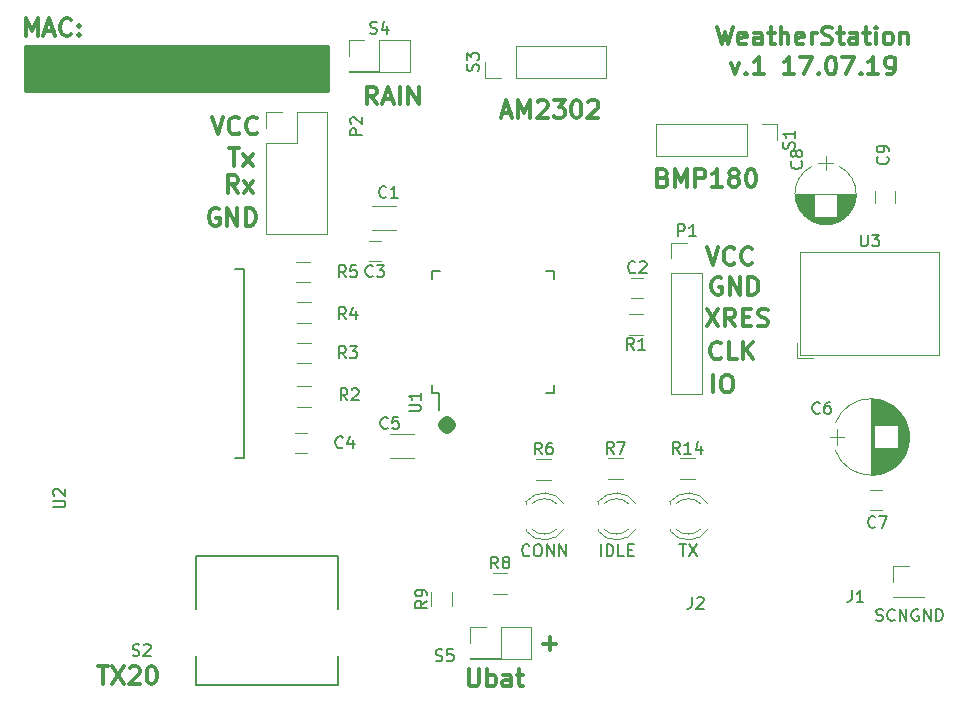
<source format=gbr>
G04 #@! TF.FileFunction,Legend,Top*
%FSLAX46Y46*%
G04 Gerber Fmt 4.6, Leading zero omitted, Abs format (unit mm)*
G04 Created by KiCad (PCBNEW 4.0.7) date 07/17/19 22:20:44*
%MOMM*%
%LPD*%
G01*
G04 APERTURE LIST*
%ADD10C,0.100000*%
%ADD11C,0.300000*%
%ADD12C,1.000000*%
%ADD13C,0.152400*%
%ADD14C,0.120000*%
%ADD15C,0.150000*%
%ADD16C,0.254000*%
G04 APERTURE END LIST*
D10*
D11*
X142161643Y-107758571D02*
X142518786Y-109258571D01*
X142804500Y-108187143D01*
X143090214Y-109258571D01*
X143447357Y-107758571D01*
X144590214Y-109187143D02*
X144447357Y-109258571D01*
X144161643Y-109258571D01*
X144018786Y-109187143D01*
X143947357Y-109044286D01*
X143947357Y-108472857D01*
X144018786Y-108330000D01*
X144161643Y-108258571D01*
X144447357Y-108258571D01*
X144590214Y-108330000D01*
X144661643Y-108472857D01*
X144661643Y-108615714D01*
X143947357Y-108758571D01*
X145947357Y-109258571D02*
X145947357Y-108472857D01*
X145875928Y-108330000D01*
X145733071Y-108258571D01*
X145447357Y-108258571D01*
X145304500Y-108330000D01*
X145947357Y-109187143D02*
X145804500Y-109258571D01*
X145447357Y-109258571D01*
X145304500Y-109187143D01*
X145233071Y-109044286D01*
X145233071Y-108901429D01*
X145304500Y-108758571D01*
X145447357Y-108687143D01*
X145804500Y-108687143D01*
X145947357Y-108615714D01*
X146447357Y-108258571D02*
X147018786Y-108258571D01*
X146661643Y-107758571D02*
X146661643Y-109044286D01*
X146733071Y-109187143D01*
X146875929Y-109258571D01*
X147018786Y-109258571D01*
X147518786Y-109258571D02*
X147518786Y-107758571D01*
X148161643Y-109258571D02*
X148161643Y-108472857D01*
X148090214Y-108330000D01*
X147947357Y-108258571D01*
X147733072Y-108258571D01*
X147590214Y-108330000D01*
X147518786Y-108401429D01*
X149447357Y-109187143D02*
X149304500Y-109258571D01*
X149018786Y-109258571D01*
X148875929Y-109187143D01*
X148804500Y-109044286D01*
X148804500Y-108472857D01*
X148875929Y-108330000D01*
X149018786Y-108258571D01*
X149304500Y-108258571D01*
X149447357Y-108330000D01*
X149518786Y-108472857D01*
X149518786Y-108615714D01*
X148804500Y-108758571D01*
X150161643Y-109258571D02*
X150161643Y-108258571D01*
X150161643Y-108544286D02*
X150233071Y-108401429D01*
X150304500Y-108330000D01*
X150447357Y-108258571D01*
X150590214Y-108258571D01*
X151018785Y-109187143D02*
X151233071Y-109258571D01*
X151590214Y-109258571D01*
X151733071Y-109187143D01*
X151804500Y-109115714D01*
X151875928Y-108972857D01*
X151875928Y-108830000D01*
X151804500Y-108687143D01*
X151733071Y-108615714D01*
X151590214Y-108544286D01*
X151304500Y-108472857D01*
X151161642Y-108401429D01*
X151090214Y-108330000D01*
X151018785Y-108187143D01*
X151018785Y-108044286D01*
X151090214Y-107901429D01*
X151161642Y-107830000D01*
X151304500Y-107758571D01*
X151661642Y-107758571D01*
X151875928Y-107830000D01*
X152304499Y-108258571D02*
X152875928Y-108258571D01*
X152518785Y-107758571D02*
X152518785Y-109044286D01*
X152590213Y-109187143D01*
X152733071Y-109258571D01*
X152875928Y-109258571D01*
X154018785Y-109258571D02*
X154018785Y-108472857D01*
X153947356Y-108330000D01*
X153804499Y-108258571D01*
X153518785Y-108258571D01*
X153375928Y-108330000D01*
X154018785Y-109187143D02*
X153875928Y-109258571D01*
X153518785Y-109258571D01*
X153375928Y-109187143D01*
X153304499Y-109044286D01*
X153304499Y-108901429D01*
X153375928Y-108758571D01*
X153518785Y-108687143D01*
X153875928Y-108687143D01*
X154018785Y-108615714D01*
X154518785Y-108258571D02*
X155090214Y-108258571D01*
X154733071Y-107758571D02*
X154733071Y-109044286D01*
X154804499Y-109187143D01*
X154947357Y-109258571D01*
X155090214Y-109258571D01*
X155590214Y-109258571D02*
X155590214Y-108258571D01*
X155590214Y-107758571D02*
X155518785Y-107830000D01*
X155590214Y-107901429D01*
X155661642Y-107830000D01*
X155590214Y-107758571D01*
X155590214Y-107901429D01*
X156518786Y-109258571D02*
X156375928Y-109187143D01*
X156304500Y-109115714D01*
X156233071Y-108972857D01*
X156233071Y-108544286D01*
X156304500Y-108401429D01*
X156375928Y-108330000D01*
X156518786Y-108258571D01*
X156733071Y-108258571D01*
X156875928Y-108330000D01*
X156947357Y-108401429D01*
X157018786Y-108544286D01*
X157018786Y-108972857D01*
X156947357Y-109115714D01*
X156875928Y-109187143D01*
X156733071Y-109258571D01*
X156518786Y-109258571D01*
X157661643Y-108258571D02*
X157661643Y-109258571D01*
X157661643Y-108401429D02*
X157733071Y-108330000D01*
X157875929Y-108258571D01*
X158090214Y-108258571D01*
X158233071Y-108330000D01*
X158304500Y-108472857D01*
X158304500Y-109258571D01*
X143304502Y-110808571D02*
X143661645Y-111808571D01*
X144018787Y-110808571D01*
X144590216Y-111665714D02*
X144661644Y-111737143D01*
X144590216Y-111808571D01*
X144518787Y-111737143D01*
X144590216Y-111665714D01*
X144590216Y-111808571D01*
X146090216Y-111808571D02*
X145233073Y-111808571D01*
X145661645Y-111808571D02*
X145661645Y-110308571D01*
X145518788Y-110522857D01*
X145375930Y-110665714D01*
X145233073Y-110737143D01*
X148661644Y-111808571D02*
X147804501Y-111808571D01*
X148233073Y-111808571D02*
X148233073Y-110308571D01*
X148090216Y-110522857D01*
X147947358Y-110665714D01*
X147804501Y-110737143D01*
X149161644Y-110308571D02*
X150161644Y-110308571D01*
X149518787Y-111808571D01*
X150733072Y-111665714D02*
X150804500Y-111737143D01*
X150733072Y-111808571D01*
X150661643Y-111737143D01*
X150733072Y-111665714D01*
X150733072Y-111808571D01*
X151733072Y-110308571D02*
X151875929Y-110308571D01*
X152018786Y-110380000D01*
X152090215Y-110451429D01*
X152161644Y-110594286D01*
X152233072Y-110880000D01*
X152233072Y-111237143D01*
X152161644Y-111522857D01*
X152090215Y-111665714D01*
X152018786Y-111737143D01*
X151875929Y-111808571D01*
X151733072Y-111808571D01*
X151590215Y-111737143D01*
X151518786Y-111665714D01*
X151447358Y-111522857D01*
X151375929Y-111237143D01*
X151375929Y-110880000D01*
X151447358Y-110594286D01*
X151518786Y-110451429D01*
X151590215Y-110380000D01*
X151733072Y-110308571D01*
X152733072Y-110308571D02*
X153733072Y-110308571D01*
X153090215Y-111808571D01*
X154304500Y-111665714D02*
X154375928Y-111737143D01*
X154304500Y-111808571D01*
X154233071Y-111737143D01*
X154304500Y-111665714D01*
X154304500Y-111808571D01*
X155804500Y-111808571D02*
X154947357Y-111808571D01*
X155375929Y-111808571D02*
X155375929Y-110308571D01*
X155233072Y-110522857D01*
X155090214Y-110665714D01*
X154947357Y-110737143D01*
X156518785Y-111808571D02*
X156804500Y-111808571D01*
X156947357Y-111737143D01*
X157018785Y-111665714D01*
X157161643Y-111451429D01*
X157233071Y-111165714D01*
X157233071Y-110594286D01*
X157161643Y-110451429D01*
X157090214Y-110380000D01*
X156947357Y-110308571D01*
X156661643Y-110308571D01*
X156518785Y-110380000D01*
X156447357Y-110451429D01*
X156375928Y-110594286D01*
X156375928Y-110951429D01*
X156447357Y-111094286D01*
X156518785Y-111165714D01*
X156661643Y-111237143D01*
X156947357Y-111237143D01*
X157090214Y-111165714D01*
X157161643Y-111094286D01*
X157233071Y-110951429D01*
X83602000Y-108565071D02*
X83602000Y-107065071D01*
X84102000Y-108136500D01*
X84602000Y-107065071D01*
X84602000Y-108565071D01*
X85244857Y-108136500D02*
X85959143Y-108136500D01*
X85102000Y-108565071D02*
X85602000Y-107065071D01*
X86102000Y-108565071D01*
X87459143Y-108422214D02*
X87387714Y-108493643D01*
X87173428Y-108565071D01*
X87030571Y-108565071D01*
X86816286Y-108493643D01*
X86673428Y-108350786D01*
X86602000Y-108207929D01*
X86530571Y-107922214D01*
X86530571Y-107707929D01*
X86602000Y-107422214D01*
X86673428Y-107279357D01*
X86816286Y-107136500D01*
X87030571Y-107065071D01*
X87173428Y-107065071D01*
X87387714Y-107136500D01*
X87459143Y-107207929D01*
X88102000Y-108422214D02*
X88173428Y-108493643D01*
X88102000Y-108565071D01*
X88030571Y-108493643D01*
X88102000Y-108422214D01*
X88102000Y-108565071D01*
X88102000Y-107636500D02*
X88173428Y-107707929D01*
X88102000Y-107779357D01*
X88030571Y-107707929D01*
X88102000Y-107636500D01*
X88102000Y-107779357D01*
X137581144Y-120542857D02*
X137795430Y-120614286D01*
X137866858Y-120685714D01*
X137938287Y-120828571D01*
X137938287Y-121042857D01*
X137866858Y-121185714D01*
X137795430Y-121257143D01*
X137652572Y-121328571D01*
X137081144Y-121328571D01*
X137081144Y-119828571D01*
X137581144Y-119828571D01*
X137724001Y-119900000D01*
X137795430Y-119971429D01*
X137866858Y-120114286D01*
X137866858Y-120257143D01*
X137795430Y-120400000D01*
X137724001Y-120471429D01*
X137581144Y-120542857D01*
X137081144Y-120542857D01*
X138581144Y-121328571D02*
X138581144Y-119828571D01*
X139081144Y-120900000D01*
X139581144Y-119828571D01*
X139581144Y-121328571D01*
X140295430Y-121328571D02*
X140295430Y-119828571D01*
X140866858Y-119828571D01*
X141009716Y-119900000D01*
X141081144Y-119971429D01*
X141152573Y-120114286D01*
X141152573Y-120328571D01*
X141081144Y-120471429D01*
X141009716Y-120542857D01*
X140866858Y-120614286D01*
X140295430Y-120614286D01*
X142581144Y-121328571D02*
X141724001Y-121328571D01*
X142152573Y-121328571D02*
X142152573Y-119828571D01*
X142009716Y-120042857D01*
X141866858Y-120185714D01*
X141724001Y-120257143D01*
X143438287Y-120471429D02*
X143295429Y-120400000D01*
X143224001Y-120328571D01*
X143152572Y-120185714D01*
X143152572Y-120114286D01*
X143224001Y-119971429D01*
X143295429Y-119900000D01*
X143438287Y-119828571D01*
X143724001Y-119828571D01*
X143866858Y-119900000D01*
X143938287Y-119971429D01*
X144009715Y-120114286D01*
X144009715Y-120185714D01*
X143938287Y-120328571D01*
X143866858Y-120400000D01*
X143724001Y-120471429D01*
X143438287Y-120471429D01*
X143295429Y-120542857D01*
X143224001Y-120614286D01*
X143152572Y-120757143D01*
X143152572Y-121042857D01*
X143224001Y-121185714D01*
X143295429Y-121257143D01*
X143438287Y-121328571D01*
X143724001Y-121328571D01*
X143866858Y-121257143D01*
X143938287Y-121185714D01*
X144009715Y-121042857D01*
X144009715Y-120757143D01*
X143938287Y-120614286D01*
X143866858Y-120542857D01*
X143724001Y-120471429D01*
X144938286Y-119828571D02*
X145081143Y-119828571D01*
X145224000Y-119900000D01*
X145295429Y-119971429D01*
X145366858Y-120114286D01*
X145438286Y-120400000D01*
X145438286Y-120757143D01*
X145366858Y-121042857D01*
X145295429Y-121185714D01*
X145224000Y-121257143D01*
X145081143Y-121328571D01*
X144938286Y-121328571D01*
X144795429Y-121257143D01*
X144724000Y-121185714D01*
X144652572Y-121042857D01*
X144581143Y-120757143D01*
X144581143Y-120400000D01*
X144652572Y-120114286D01*
X144724000Y-119971429D01*
X144795429Y-119900000D01*
X144938286Y-119828571D01*
X113359572Y-114343571D02*
X112859572Y-113629286D01*
X112502429Y-114343571D02*
X112502429Y-112843571D01*
X113073857Y-112843571D01*
X113216715Y-112915000D01*
X113288143Y-112986429D01*
X113359572Y-113129286D01*
X113359572Y-113343571D01*
X113288143Y-113486429D01*
X113216715Y-113557857D01*
X113073857Y-113629286D01*
X112502429Y-113629286D01*
X113931000Y-113915000D02*
X114645286Y-113915000D01*
X113788143Y-114343571D02*
X114288143Y-112843571D01*
X114788143Y-114343571D01*
X115288143Y-114343571D02*
X115288143Y-112843571D01*
X116002429Y-114343571D02*
X116002429Y-112843571D01*
X116859572Y-114343571D01*
X116859572Y-112843571D01*
X123944572Y-115058000D02*
X124658858Y-115058000D01*
X123801715Y-115486571D02*
X124301715Y-113986571D01*
X124801715Y-115486571D01*
X125301715Y-115486571D02*
X125301715Y-113986571D01*
X125801715Y-115058000D01*
X126301715Y-113986571D01*
X126301715Y-115486571D01*
X126944572Y-114129429D02*
X127016001Y-114058000D01*
X127158858Y-113986571D01*
X127516001Y-113986571D01*
X127658858Y-114058000D01*
X127730287Y-114129429D01*
X127801715Y-114272286D01*
X127801715Y-114415143D01*
X127730287Y-114629429D01*
X126873144Y-115486571D01*
X127801715Y-115486571D01*
X128301715Y-113986571D02*
X129230286Y-113986571D01*
X128730286Y-114558000D01*
X128944572Y-114558000D01*
X129087429Y-114629429D01*
X129158858Y-114700857D01*
X129230286Y-114843714D01*
X129230286Y-115200857D01*
X129158858Y-115343714D01*
X129087429Y-115415143D01*
X128944572Y-115486571D01*
X128516000Y-115486571D01*
X128373143Y-115415143D01*
X128301715Y-115343714D01*
X130158857Y-113986571D02*
X130301714Y-113986571D01*
X130444571Y-114058000D01*
X130516000Y-114129429D01*
X130587429Y-114272286D01*
X130658857Y-114558000D01*
X130658857Y-114915143D01*
X130587429Y-115200857D01*
X130516000Y-115343714D01*
X130444571Y-115415143D01*
X130301714Y-115486571D01*
X130158857Y-115486571D01*
X130016000Y-115415143D01*
X129944571Y-115343714D01*
X129873143Y-115200857D01*
X129801714Y-114915143D01*
X129801714Y-114558000D01*
X129873143Y-114272286D01*
X129944571Y-114129429D01*
X130016000Y-114058000D01*
X130158857Y-113986571D01*
X131230285Y-114129429D02*
X131301714Y-114058000D01*
X131444571Y-113986571D01*
X131801714Y-113986571D01*
X131944571Y-114058000D01*
X132016000Y-114129429D01*
X132087428Y-114272286D01*
X132087428Y-114415143D01*
X132016000Y-114629429D01*
X131158857Y-115486571D01*
X132087428Y-115486571D01*
X121102714Y-162119571D02*
X121102714Y-163333857D01*
X121174142Y-163476714D01*
X121245571Y-163548143D01*
X121388428Y-163619571D01*
X121674142Y-163619571D01*
X121817000Y-163548143D01*
X121888428Y-163476714D01*
X121959857Y-163333857D01*
X121959857Y-162119571D01*
X122674143Y-163619571D02*
X122674143Y-162119571D01*
X122674143Y-162691000D02*
X122817000Y-162619571D01*
X123102714Y-162619571D01*
X123245571Y-162691000D01*
X123317000Y-162762429D01*
X123388429Y-162905286D01*
X123388429Y-163333857D01*
X123317000Y-163476714D01*
X123245571Y-163548143D01*
X123102714Y-163619571D01*
X122817000Y-163619571D01*
X122674143Y-163548143D01*
X124674143Y-163619571D02*
X124674143Y-162833857D01*
X124602714Y-162691000D01*
X124459857Y-162619571D01*
X124174143Y-162619571D01*
X124031286Y-162691000D01*
X124674143Y-163548143D02*
X124531286Y-163619571D01*
X124174143Y-163619571D01*
X124031286Y-163548143D01*
X123959857Y-163405286D01*
X123959857Y-163262429D01*
X124031286Y-163119571D01*
X124174143Y-163048143D01*
X124531286Y-163048143D01*
X124674143Y-162976714D01*
X125174143Y-162619571D02*
X125745572Y-162619571D01*
X125388429Y-162119571D02*
X125388429Y-163405286D01*
X125459857Y-163548143D01*
X125602715Y-163619571D01*
X125745572Y-163619571D01*
X89694072Y-161929071D02*
X90551215Y-161929071D01*
X90122644Y-163429071D02*
X90122644Y-161929071D01*
X90908358Y-161929071D02*
X91908358Y-163429071D01*
X91908358Y-161929071D02*
X90908358Y-163429071D01*
X92408357Y-162071929D02*
X92479786Y-162000500D01*
X92622643Y-161929071D01*
X92979786Y-161929071D01*
X93122643Y-162000500D01*
X93194072Y-162071929D01*
X93265500Y-162214786D01*
X93265500Y-162357643D01*
X93194072Y-162571929D01*
X92336929Y-163429071D01*
X93265500Y-163429071D01*
X94194071Y-161929071D02*
X94336928Y-161929071D01*
X94479785Y-162000500D01*
X94551214Y-162071929D01*
X94622643Y-162214786D01*
X94694071Y-162500500D01*
X94694071Y-162857643D01*
X94622643Y-163143357D01*
X94551214Y-163286214D01*
X94479785Y-163357643D01*
X94336928Y-163429071D01*
X94194071Y-163429071D01*
X94051214Y-163357643D01*
X93979785Y-163286214D01*
X93908357Y-163143357D01*
X93836928Y-162857643D01*
X93836928Y-162500500D01*
X93908357Y-162214786D01*
X93979785Y-162071929D01*
X94051214Y-162000500D01*
X94194071Y-161929071D01*
X127381072Y-160000143D02*
X128523929Y-160000143D01*
X127952500Y-160571571D02*
X127952500Y-159428714D01*
D12*
X119253000Y-141231714D02*
X119491095Y-141469810D01*
X119253000Y-141707905D01*
X119014905Y-141469810D01*
X119253000Y-141231714D01*
X119253000Y-141707905D01*
D11*
X141256000Y-126432571D02*
X141756000Y-127932571D01*
X142256000Y-126432571D01*
X143613143Y-127789714D02*
X143541714Y-127861143D01*
X143327428Y-127932571D01*
X143184571Y-127932571D01*
X142970286Y-127861143D01*
X142827428Y-127718286D01*
X142756000Y-127575429D01*
X142684571Y-127289714D01*
X142684571Y-127075429D01*
X142756000Y-126789714D01*
X142827428Y-126646857D01*
X142970286Y-126504000D01*
X143184571Y-126432571D01*
X143327428Y-126432571D01*
X143541714Y-126504000D01*
X143613143Y-126575429D01*
X145113143Y-127789714D02*
X145041714Y-127861143D01*
X144827428Y-127932571D01*
X144684571Y-127932571D01*
X144470286Y-127861143D01*
X144327428Y-127718286D01*
X144256000Y-127575429D01*
X144184571Y-127289714D01*
X144184571Y-127075429D01*
X144256000Y-126789714D01*
X144327428Y-126646857D01*
X144470286Y-126504000D01*
X144684571Y-126432571D01*
X144827428Y-126432571D01*
X145041714Y-126504000D01*
X145113143Y-126575429D01*
X142494143Y-129044000D02*
X142351286Y-128972571D01*
X142137000Y-128972571D01*
X141922715Y-129044000D01*
X141779857Y-129186857D01*
X141708429Y-129329714D01*
X141637000Y-129615429D01*
X141637000Y-129829714D01*
X141708429Y-130115429D01*
X141779857Y-130258286D01*
X141922715Y-130401143D01*
X142137000Y-130472571D01*
X142279857Y-130472571D01*
X142494143Y-130401143D01*
X142565572Y-130329714D01*
X142565572Y-129829714D01*
X142279857Y-129829714D01*
X143208429Y-130472571D02*
X143208429Y-128972571D01*
X144065572Y-130472571D01*
X144065572Y-128972571D01*
X144779858Y-130472571D02*
X144779858Y-128972571D01*
X145137001Y-128972571D01*
X145351286Y-129044000D01*
X145494144Y-129186857D01*
X145565572Y-129329714D01*
X145637001Y-129615429D01*
X145637001Y-129829714D01*
X145565572Y-130115429D01*
X145494144Y-130258286D01*
X145351286Y-130401143D01*
X145137001Y-130472571D01*
X144779858Y-130472571D01*
X141248144Y-131639571D02*
X142248144Y-133139571D01*
X142248144Y-131639571D02*
X141248144Y-133139571D01*
X143676715Y-133139571D02*
X143176715Y-132425286D01*
X142819572Y-133139571D02*
X142819572Y-131639571D01*
X143391000Y-131639571D01*
X143533858Y-131711000D01*
X143605286Y-131782429D01*
X143676715Y-131925286D01*
X143676715Y-132139571D01*
X143605286Y-132282429D01*
X143533858Y-132353857D01*
X143391000Y-132425286D01*
X142819572Y-132425286D01*
X144319572Y-132353857D02*
X144819572Y-132353857D01*
X145033858Y-133139571D02*
X144319572Y-133139571D01*
X144319572Y-131639571D01*
X145033858Y-131639571D01*
X145605286Y-133068143D02*
X145819572Y-133139571D01*
X146176715Y-133139571D01*
X146319572Y-133068143D01*
X146391001Y-132996714D01*
X146462429Y-132853857D01*
X146462429Y-132711000D01*
X146391001Y-132568143D01*
X146319572Y-132496714D01*
X146176715Y-132425286D01*
X145891001Y-132353857D01*
X145748143Y-132282429D01*
X145676715Y-132211000D01*
X145605286Y-132068143D01*
X145605286Y-131925286D01*
X145676715Y-131782429D01*
X145748143Y-131711000D01*
X145891001Y-131639571D01*
X146248143Y-131639571D01*
X146462429Y-131711000D01*
X142490143Y-135790714D02*
X142418714Y-135862143D01*
X142204428Y-135933571D01*
X142061571Y-135933571D01*
X141847286Y-135862143D01*
X141704428Y-135719286D01*
X141633000Y-135576429D01*
X141561571Y-135290714D01*
X141561571Y-135076429D01*
X141633000Y-134790714D01*
X141704428Y-134647857D01*
X141847286Y-134505000D01*
X142061571Y-134433571D01*
X142204428Y-134433571D01*
X142418714Y-134505000D01*
X142490143Y-134576429D01*
X143847286Y-135933571D02*
X143133000Y-135933571D01*
X143133000Y-134433571D01*
X144347286Y-135933571D02*
X144347286Y-134433571D01*
X145204429Y-135933571D02*
X144561572Y-135076429D01*
X145204429Y-134433571D02*
X144347286Y-135290714D01*
X141835286Y-138727571D02*
X141835286Y-137227571D01*
X142835286Y-137227571D02*
X143121000Y-137227571D01*
X143263858Y-137299000D01*
X143406715Y-137441857D01*
X143478143Y-137727571D01*
X143478143Y-138227571D01*
X143406715Y-138513286D01*
X143263858Y-138656143D01*
X143121000Y-138727571D01*
X142835286Y-138727571D01*
X142692429Y-138656143D01*
X142549572Y-138513286D01*
X142478143Y-138227571D01*
X142478143Y-137727571D01*
X142549572Y-137441857D01*
X142692429Y-137299000D01*
X142835286Y-137227571D01*
X99949143Y-123202000D02*
X99806286Y-123130571D01*
X99592000Y-123130571D01*
X99377715Y-123202000D01*
X99234857Y-123344857D01*
X99163429Y-123487714D01*
X99092000Y-123773429D01*
X99092000Y-123987714D01*
X99163429Y-124273429D01*
X99234857Y-124416286D01*
X99377715Y-124559143D01*
X99592000Y-124630571D01*
X99734857Y-124630571D01*
X99949143Y-124559143D01*
X100020572Y-124487714D01*
X100020572Y-123987714D01*
X99734857Y-123987714D01*
X100663429Y-124630571D02*
X100663429Y-123130571D01*
X101520572Y-124630571D01*
X101520572Y-123130571D01*
X102234858Y-124630571D02*
X102234858Y-123130571D01*
X102592001Y-123130571D01*
X102806286Y-123202000D01*
X102949144Y-123344857D01*
X103020572Y-123487714D01*
X103092001Y-123773429D01*
X103092001Y-123987714D01*
X103020572Y-124273429D01*
X102949144Y-124416286D01*
X102806286Y-124559143D01*
X102592001Y-124630571D01*
X102234858Y-124630571D01*
X101584143Y-121836571D02*
X101084143Y-121122286D01*
X100727000Y-121836571D02*
X100727000Y-120336571D01*
X101298428Y-120336571D01*
X101441286Y-120408000D01*
X101512714Y-120479429D01*
X101584143Y-120622286D01*
X101584143Y-120836571D01*
X101512714Y-120979429D01*
X101441286Y-121050857D01*
X101298428Y-121122286D01*
X100727000Y-121122286D01*
X102084143Y-121836571D02*
X102869857Y-120836571D01*
X102084143Y-120836571D02*
X102869857Y-121836571D01*
X100818286Y-118050571D02*
X101675429Y-118050571D01*
X101246858Y-119550571D02*
X101246858Y-118050571D01*
X102032572Y-119550571D02*
X102818286Y-118550571D01*
X102032572Y-118550571D02*
X102818286Y-119550571D01*
X99346000Y-115383571D02*
X99846000Y-116883571D01*
X100346000Y-115383571D01*
X101703143Y-116740714D02*
X101631714Y-116812143D01*
X101417428Y-116883571D01*
X101274571Y-116883571D01*
X101060286Y-116812143D01*
X100917428Y-116669286D01*
X100846000Y-116526429D01*
X100774571Y-116240714D01*
X100774571Y-116026429D01*
X100846000Y-115740714D01*
X100917428Y-115597857D01*
X101060286Y-115455000D01*
X101274571Y-115383571D01*
X101417428Y-115383571D01*
X101631714Y-115455000D01*
X101703143Y-115526429D01*
X103203143Y-116740714D02*
X103131714Y-116812143D01*
X102917428Y-116883571D01*
X102774571Y-116883571D01*
X102560286Y-116812143D01*
X102417428Y-116669286D01*
X102346000Y-116526429D01*
X102274571Y-116240714D01*
X102274571Y-116026429D01*
X102346000Y-115740714D01*
X102417428Y-115597857D01*
X102560286Y-115455000D01*
X102774571Y-115383571D01*
X102917428Y-115383571D01*
X103131714Y-115455000D01*
X103203143Y-115526429D01*
D13*
X101287000Y-144256000D02*
X102087000Y-144256000D01*
X102087000Y-144256000D02*
X102087000Y-128256000D01*
X102087000Y-128256000D02*
X101287000Y-128256000D01*
D14*
X112919000Y-124972000D02*
X114919000Y-124972000D01*
X114919000Y-122932000D02*
X112919000Y-122932000D01*
X135882000Y-129071000D02*
X134882000Y-129071000D01*
X134882000Y-130771000D02*
X135882000Y-130771000D01*
X112657000Y-127596000D02*
X113657000Y-127596000D01*
X113657000Y-125896000D02*
X112657000Y-125896000D01*
X107434000Y-142152000D02*
X106434000Y-142152000D01*
X106434000Y-143852000D02*
X107434000Y-143852000D01*
X116443000Y-142236000D02*
X114443000Y-142236000D01*
X114443000Y-144276000D02*
X116443000Y-144276000D01*
X156075000Y-146978000D02*
X155075000Y-146978000D01*
X155075000Y-148678000D02*
X156075000Y-148678000D01*
X157187000Y-122674000D02*
X157187000Y-121674000D01*
X155487000Y-121674000D02*
X155487000Y-122674000D01*
X134655000Y-132089000D02*
X135855000Y-132089000D01*
X135855000Y-133849000D02*
X134655000Y-133849000D01*
X106588000Y-138185000D02*
X107788000Y-138185000D01*
X107788000Y-139945000D02*
X106588000Y-139945000D01*
X107788000Y-136262000D02*
X106588000Y-136262000D01*
X106588000Y-134502000D02*
X107788000Y-134502000D01*
X107788000Y-132833000D02*
X106588000Y-132833000D01*
X106588000Y-131073000D02*
X107788000Y-131073000D01*
X107661000Y-129404000D02*
X106461000Y-129404000D01*
X106461000Y-127644000D02*
X107661000Y-127644000D01*
X140236500Y-146041000D02*
X139036500Y-146041000D01*
X139036500Y-144281000D02*
X140236500Y-144281000D01*
D15*
X118015000Y-138779000D02*
X118615000Y-138779000D01*
X118015000Y-128429000D02*
X118685000Y-128429000D01*
X128365000Y-128429000D02*
X127695000Y-128429000D01*
X128365000Y-138779000D02*
X127695000Y-138779000D01*
X118015000Y-138779000D02*
X118015000Y-138109000D01*
X128365000Y-138779000D02*
X128365000Y-138109000D01*
X128365000Y-128429000D02*
X128365000Y-129099000D01*
X118015000Y-128429000D02*
X118015000Y-129099000D01*
X118615000Y-138779000D02*
X118615000Y-140254000D01*
D14*
X103953000Y-125282000D02*
X109153000Y-125282000D01*
X103953000Y-117602000D02*
X103953000Y-125282000D01*
X109153000Y-115002000D02*
X109153000Y-125282000D01*
X103953000Y-117602000D02*
X106553000Y-117602000D01*
X106553000Y-117602000D02*
X106553000Y-115002000D01*
X106553000Y-115002000D02*
X109153000Y-115002000D01*
X103953000Y-116332000D02*
X103953000Y-115002000D01*
X103953000Y-115002000D02*
X105283000Y-115002000D01*
X138243000Y-138871000D02*
X140903000Y-138871000D01*
X138243000Y-128651000D02*
X138243000Y-138871000D01*
X140903000Y-128651000D02*
X140903000Y-138871000D01*
X138243000Y-128651000D02*
X140903000Y-128651000D01*
X138243000Y-127381000D02*
X138243000Y-126051000D01*
X138243000Y-126051000D02*
X139573000Y-126051000D01*
X158191820Y-141314864D02*
G75*
G03X152156518Y-141314000I-3017820J-1179136D01*
G01*
X158191820Y-143673136D02*
G75*
G02X152156518Y-143674000I-3017820J1179136D01*
G01*
X158191820Y-143673136D02*
G75*
G03X158191482Y-141314000I-3017820J1179136D01*
G01*
X155174000Y-139294000D02*
X155174000Y-145694000D01*
X155214000Y-139294000D02*
X155214000Y-145694000D01*
X155254000Y-139294000D02*
X155254000Y-145694000D01*
X155294000Y-139296000D02*
X155294000Y-145692000D01*
X155334000Y-139297000D02*
X155334000Y-145691000D01*
X155374000Y-139300000D02*
X155374000Y-145688000D01*
X155414000Y-139302000D02*
X155414000Y-145686000D01*
X155454000Y-139306000D02*
X155454000Y-141514000D01*
X155454000Y-143474000D02*
X155454000Y-145682000D01*
X155494000Y-139309000D02*
X155494000Y-141514000D01*
X155494000Y-143474000D02*
X155494000Y-145679000D01*
X155534000Y-139314000D02*
X155534000Y-141514000D01*
X155534000Y-143474000D02*
X155534000Y-145674000D01*
X155574000Y-139318000D02*
X155574000Y-141514000D01*
X155574000Y-143474000D02*
X155574000Y-145670000D01*
X155614000Y-139324000D02*
X155614000Y-141514000D01*
X155614000Y-143474000D02*
X155614000Y-145664000D01*
X155654000Y-139329000D02*
X155654000Y-141514000D01*
X155654000Y-143474000D02*
X155654000Y-145659000D01*
X155694000Y-139336000D02*
X155694000Y-141514000D01*
X155694000Y-143474000D02*
X155694000Y-145652000D01*
X155734000Y-139342000D02*
X155734000Y-141514000D01*
X155734000Y-143474000D02*
X155734000Y-145646000D01*
X155774000Y-139350000D02*
X155774000Y-141514000D01*
X155774000Y-143474000D02*
X155774000Y-145638000D01*
X155814000Y-139357000D02*
X155814000Y-141514000D01*
X155814000Y-143474000D02*
X155814000Y-145631000D01*
X155854000Y-139366000D02*
X155854000Y-141514000D01*
X155854000Y-143474000D02*
X155854000Y-145622000D01*
X155895000Y-139375000D02*
X155895000Y-141514000D01*
X155895000Y-143474000D02*
X155895000Y-145613000D01*
X155935000Y-139384000D02*
X155935000Y-141514000D01*
X155935000Y-143474000D02*
X155935000Y-145604000D01*
X155975000Y-139394000D02*
X155975000Y-141514000D01*
X155975000Y-143474000D02*
X155975000Y-145594000D01*
X156015000Y-139404000D02*
X156015000Y-141514000D01*
X156015000Y-143474000D02*
X156015000Y-145584000D01*
X156055000Y-139415000D02*
X156055000Y-141514000D01*
X156055000Y-143474000D02*
X156055000Y-145573000D01*
X156095000Y-139427000D02*
X156095000Y-141514000D01*
X156095000Y-143474000D02*
X156095000Y-145561000D01*
X156135000Y-139439000D02*
X156135000Y-141514000D01*
X156135000Y-143474000D02*
X156135000Y-145549000D01*
X156175000Y-139452000D02*
X156175000Y-141514000D01*
X156175000Y-143474000D02*
X156175000Y-145536000D01*
X156215000Y-139465000D02*
X156215000Y-141514000D01*
X156215000Y-143474000D02*
X156215000Y-145523000D01*
X156255000Y-139479000D02*
X156255000Y-141514000D01*
X156255000Y-143474000D02*
X156255000Y-145509000D01*
X156295000Y-139493000D02*
X156295000Y-141514000D01*
X156295000Y-143474000D02*
X156295000Y-145495000D01*
X156335000Y-139508000D02*
X156335000Y-141514000D01*
X156335000Y-143474000D02*
X156335000Y-145480000D01*
X156375000Y-139524000D02*
X156375000Y-141514000D01*
X156375000Y-143474000D02*
X156375000Y-145464000D01*
X156415000Y-139540000D02*
X156415000Y-141514000D01*
X156415000Y-143474000D02*
X156415000Y-145448000D01*
X156455000Y-139557000D02*
X156455000Y-141514000D01*
X156455000Y-143474000D02*
X156455000Y-145431000D01*
X156495000Y-139575000D02*
X156495000Y-141514000D01*
X156495000Y-143474000D02*
X156495000Y-145413000D01*
X156535000Y-139593000D02*
X156535000Y-141514000D01*
X156535000Y-143474000D02*
X156535000Y-145395000D01*
X156575000Y-139612000D02*
X156575000Y-141514000D01*
X156575000Y-143474000D02*
X156575000Y-145376000D01*
X156615000Y-139631000D02*
X156615000Y-141514000D01*
X156615000Y-143474000D02*
X156615000Y-145357000D01*
X156655000Y-139651000D02*
X156655000Y-141514000D01*
X156655000Y-143474000D02*
X156655000Y-145337000D01*
X156695000Y-139672000D02*
X156695000Y-141514000D01*
X156695000Y-143474000D02*
X156695000Y-145316000D01*
X156735000Y-139694000D02*
X156735000Y-141514000D01*
X156735000Y-143474000D02*
X156735000Y-145294000D01*
X156775000Y-139716000D02*
X156775000Y-141514000D01*
X156775000Y-143474000D02*
X156775000Y-145272000D01*
X156815000Y-139739000D02*
X156815000Y-141514000D01*
X156815000Y-143474000D02*
X156815000Y-145249000D01*
X156855000Y-139763000D02*
X156855000Y-141514000D01*
X156855000Y-143474000D02*
X156855000Y-145225000D01*
X156895000Y-139788000D02*
X156895000Y-141514000D01*
X156895000Y-143474000D02*
X156895000Y-145200000D01*
X156935000Y-139813000D02*
X156935000Y-141514000D01*
X156935000Y-143474000D02*
X156935000Y-145175000D01*
X156975000Y-139840000D02*
X156975000Y-141514000D01*
X156975000Y-143474000D02*
X156975000Y-145148000D01*
X157015000Y-139867000D02*
X157015000Y-141514000D01*
X157015000Y-143474000D02*
X157015000Y-145121000D01*
X157055000Y-139895000D02*
X157055000Y-141514000D01*
X157055000Y-143474000D02*
X157055000Y-145093000D01*
X157095000Y-139924000D02*
X157095000Y-141514000D01*
X157095000Y-143474000D02*
X157095000Y-145064000D01*
X157135000Y-139954000D02*
X157135000Y-141514000D01*
X157135000Y-143474000D02*
X157135000Y-145034000D01*
X157175000Y-139984000D02*
X157175000Y-141514000D01*
X157175000Y-143474000D02*
X157175000Y-145004000D01*
X157215000Y-140016000D02*
X157215000Y-141514000D01*
X157215000Y-143474000D02*
X157215000Y-144972000D01*
X157255000Y-140049000D02*
X157255000Y-141514000D01*
X157255000Y-143474000D02*
X157255000Y-144939000D01*
X157295000Y-140083000D02*
X157295000Y-141514000D01*
X157295000Y-143474000D02*
X157295000Y-144905000D01*
X157335000Y-140119000D02*
X157335000Y-141514000D01*
X157335000Y-143474000D02*
X157335000Y-144869000D01*
X157375000Y-140155000D02*
X157375000Y-141514000D01*
X157375000Y-143474000D02*
X157375000Y-144833000D01*
X157415000Y-140193000D02*
X157415000Y-144795000D01*
X157455000Y-140232000D02*
X157455000Y-144756000D01*
X157495000Y-140272000D02*
X157495000Y-144716000D01*
X157535000Y-140314000D02*
X157535000Y-144674000D01*
X157575000Y-140357000D02*
X157575000Y-144631000D01*
X157615000Y-140402000D02*
X157615000Y-144586000D01*
X157655000Y-140449000D02*
X157655000Y-144539000D01*
X157695000Y-140497000D02*
X157695000Y-144491000D01*
X157735000Y-140548000D02*
X157735000Y-144440000D01*
X157775000Y-140600000D02*
X157775000Y-144388000D01*
X157815000Y-140655000D02*
X157815000Y-144333000D01*
X157855000Y-140713000D02*
X157855000Y-144275000D01*
X157895000Y-140773000D02*
X157895000Y-144215000D01*
X157935000Y-140836000D02*
X157935000Y-144152000D01*
X157975000Y-140903000D02*
X157975000Y-144085000D01*
X158015000Y-140974000D02*
X158015000Y-144014000D01*
X158055000Y-141049000D02*
X158055000Y-143939000D01*
X158095000Y-141130000D02*
X158095000Y-143858000D01*
X158135000Y-141216000D02*
X158135000Y-143772000D01*
X158175000Y-141310000D02*
X158175000Y-143678000D01*
X158215000Y-141413000D02*
X158215000Y-143575000D01*
X158255000Y-141528000D02*
X158255000Y-143460000D01*
X158295000Y-141660000D02*
X158295000Y-143328000D01*
X158335000Y-141818000D02*
X158335000Y-143170000D01*
X158375000Y-142026000D02*
X158375000Y-142962000D01*
X151724000Y-142494000D02*
X152924000Y-142494000D01*
X152324000Y-141844000D02*
X152324000Y-143144000D01*
X152500223Y-124209722D02*
G75*
G03X152500500Y-119598420I-1179723J2305722D01*
G01*
X150140777Y-124209722D02*
G75*
G02X150140500Y-119598420I1179723J2305722D01*
G01*
X150140777Y-124209722D02*
G75*
G03X152500500Y-124209580I1179723J2305722D01*
G01*
X153870500Y-121904000D02*
X148770500Y-121904000D01*
X153870500Y-121944000D02*
X152300500Y-121944000D01*
X150340500Y-121944000D02*
X148770500Y-121944000D01*
X153869500Y-121984000D02*
X152300500Y-121984000D01*
X150340500Y-121984000D02*
X148771500Y-121984000D01*
X153868500Y-122024000D02*
X152300500Y-122024000D01*
X150340500Y-122024000D02*
X148772500Y-122024000D01*
X153866500Y-122064000D02*
X152300500Y-122064000D01*
X150340500Y-122064000D02*
X148774500Y-122064000D01*
X153863500Y-122104000D02*
X152300500Y-122104000D01*
X150340500Y-122104000D02*
X148777500Y-122104000D01*
X153859500Y-122144000D02*
X152300500Y-122144000D01*
X150340500Y-122144000D02*
X148781500Y-122144000D01*
X153855500Y-122184000D02*
X152300500Y-122184000D01*
X150340500Y-122184000D02*
X148785500Y-122184000D01*
X153851500Y-122224000D02*
X152300500Y-122224000D01*
X150340500Y-122224000D02*
X148789500Y-122224000D01*
X153845500Y-122264000D02*
X152300500Y-122264000D01*
X150340500Y-122264000D02*
X148795500Y-122264000D01*
X153839500Y-122304000D02*
X152300500Y-122304000D01*
X150340500Y-122304000D02*
X148801500Y-122304000D01*
X153833500Y-122344000D02*
X152300500Y-122344000D01*
X150340500Y-122344000D02*
X148807500Y-122344000D01*
X153826500Y-122384000D02*
X152300500Y-122384000D01*
X150340500Y-122384000D02*
X148814500Y-122384000D01*
X153818500Y-122424000D02*
X152300500Y-122424000D01*
X150340500Y-122424000D02*
X148822500Y-122424000D01*
X153809500Y-122464000D02*
X152300500Y-122464000D01*
X150340500Y-122464000D02*
X148831500Y-122464000D01*
X153800500Y-122504000D02*
X152300500Y-122504000D01*
X150340500Y-122504000D02*
X148840500Y-122504000D01*
X153790500Y-122544000D02*
X152300500Y-122544000D01*
X150340500Y-122544000D02*
X148850500Y-122544000D01*
X153780500Y-122584000D02*
X152300500Y-122584000D01*
X150340500Y-122584000D02*
X148860500Y-122584000D01*
X153768500Y-122625000D02*
X152300500Y-122625000D01*
X150340500Y-122625000D02*
X148872500Y-122625000D01*
X153756500Y-122665000D02*
X152300500Y-122665000D01*
X150340500Y-122665000D02*
X148884500Y-122665000D01*
X153744500Y-122705000D02*
X152300500Y-122705000D01*
X150340500Y-122705000D02*
X148896500Y-122705000D01*
X153730500Y-122745000D02*
X152300500Y-122745000D01*
X150340500Y-122745000D02*
X148910500Y-122745000D01*
X153716500Y-122785000D02*
X152300500Y-122785000D01*
X150340500Y-122785000D02*
X148924500Y-122785000D01*
X153702500Y-122825000D02*
X152300500Y-122825000D01*
X150340500Y-122825000D02*
X148938500Y-122825000D01*
X153686500Y-122865000D02*
X152300500Y-122865000D01*
X150340500Y-122865000D02*
X148954500Y-122865000D01*
X153670500Y-122905000D02*
X152300500Y-122905000D01*
X150340500Y-122905000D02*
X148970500Y-122905000D01*
X153653500Y-122945000D02*
X152300500Y-122945000D01*
X150340500Y-122945000D02*
X148987500Y-122945000D01*
X153635500Y-122985000D02*
X152300500Y-122985000D01*
X150340500Y-122985000D02*
X149005500Y-122985000D01*
X153616500Y-123025000D02*
X152300500Y-123025000D01*
X150340500Y-123025000D02*
X149024500Y-123025000D01*
X153596500Y-123065000D02*
X152300500Y-123065000D01*
X150340500Y-123065000D02*
X149044500Y-123065000D01*
X153576500Y-123105000D02*
X152300500Y-123105000D01*
X150340500Y-123105000D02*
X149064500Y-123105000D01*
X153554500Y-123145000D02*
X152300500Y-123145000D01*
X150340500Y-123145000D02*
X149086500Y-123145000D01*
X153532500Y-123185000D02*
X152300500Y-123185000D01*
X150340500Y-123185000D02*
X149108500Y-123185000D01*
X153509500Y-123225000D02*
X152300500Y-123225000D01*
X150340500Y-123225000D02*
X149131500Y-123225000D01*
X153485500Y-123265000D02*
X152300500Y-123265000D01*
X150340500Y-123265000D02*
X149155500Y-123265000D01*
X153460500Y-123305000D02*
X152300500Y-123305000D01*
X150340500Y-123305000D02*
X149180500Y-123305000D01*
X153433500Y-123345000D02*
X152300500Y-123345000D01*
X150340500Y-123345000D02*
X149207500Y-123345000D01*
X153406500Y-123385000D02*
X152300500Y-123385000D01*
X150340500Y-123385000D02*
X149234500Y-123385000D01*
X153378500Y-123425000D02*
X152300500Y-123425000D01*
X150340500Y-123425000D02*
X149262500Y-123425000D01*
X153348500Y-123465000D02*
X152300500Y-123465000D01*
X150340500Y-123465000D02*
X149292500Y-123465000D01*
X153317500Y-123505000D02*
X152300500Y-123505000D01*
X150340500Y-123505000D02*
X149323500Y-123505000D01*
X153285500Y-123545000D02*
X152300500Y-123545000D01*
X150340500Y-123545000D02*
X149355500Y-123545000D01*
X153252500Y-123585000D02*
X152300500Y-123585000D01*
X150340500Y-123585000D02*
X149388500Y-123585000D01*
X153217500Y-123625000D02*
X152300500Y-123625000D01*
X150340500Y-123625000D02*
X149423500Y-123625000D01*
X153181500Y-123665000D02*
X152300500Y-123665000D01*
X150340500Y-123665000D02*
X149459500Y-123665000D01*
X153143500Y-123705000D02*
X152300500Y-123705000D01*
X150340500Y-123705000D02*
X149497500Y-123705000D01*
X153103500Y-123745000D02*
X152300500Y-123745000D01*
X150340500Y-123745000D02*
X149537500Y-123745000D01*
X153062500Y-123785000D02*
X152300500Y-123785000D01*
X150340500Y-123785000D02*
X149578500Y-123785000D01*
X153019500Y-123825000D02*
X152300500Y-123825000D01*
X150340500Y-123825000D02*
X149621500Y-123825000D01*
X152974500Y-123865000D02*
X152300500Y-123865000D01*
X150340500Y-123865000D02*
X149666500Y-123865000D01*
X152926500Y-123905000D02*
X149714500Y-123905000D01*
X152876500Y-123945000D02*
X149764500Y-123945000D01*
X152824500Y-123985000D02*
X149816500Y-123985000D01*
X152768500Y-124025000D02*
X149872500Y-124025000D01*
X152710500Y-124065000D02*
X149930500Y-124065000D01*
X152647500Y-124105000D02*
X149993500Y-124105000D01*
X152581500Y-124145000D02*
X150059500Y-124145000D01*
X152509500Y-124185000D02*
X150131500Y-124185000D01*
X152432500Y-124225000D02*
X150208500Y-124225000D01*
X152348500Y-124265000D02*
X150292500Y-124265000D01*
X152254500Y-124305000D02*
X150386500Y-124305000D01*
X152149500Y-124345000D02*
X150491500Y-124345000D01*
X152027500Y-124385000D02*
X150613500Y-124385000D01*
X151879500Y-124425000D02*
X150761500Y-124425000D01*
X151674500Y-124465000D02*
X150966500Y-124465000D01*
X151320500Y-118704000D02*
X151320500Y-119904000D01*
X151970500Y-119304000D02*
X150670500Y-119304000D01*
X128044500Y-146104500D02*
X126844500Y-146104500D01*
X126844500Y-144344500D02*
X128044500Y-144344500D01*
X134140500Y-146041000D02*
X132940500Y-146041000D01*
X132940500Y-144281000D02*
X134140500Y-144281000D01*
X124361500Y-155756500D02*
X123161500Y-155756500D01*
X123161500Y-153996500D02*
X124361500Y-153996500D01*
X119688500Y-155610000D02*
X119688500Y-156810000D01*
X117928500Y-156810000D02*
X117928500Y-155610000D01*
X144653000Y-116018000D02*
X136973000Y-116018000D01*
X136973000Y-116018000D02*
X136973000Y-118678000D01*
X136973000Y-118678000D02*
X144653000Y-118678000D01*
X144653000Y-118678000D02*
X144653000Y-116018000D01*
X145923000Y-116018000D02*
X147253000Y-116018000D01*
X147253000Y-116018000D02*
X147253000Y-117348000D01*
X125095000Y-112074000D02*
X132775000Y-112074000D01*
X132775000Y-112074000D02*
X132775000Y-109414000D01*
X132775000Y-109414000D02*
X125095000Y-109414000D01*
X125095000Y-109414000D02*
X125095000Y-112074000D01*
X123825000Y-112074000D02*
X122495000Y-112074000D01*
X122495000Y-112074000D02*
X122495000Y-110744000D01*
X110938000Y-111566000D02*
X116138000Y-111566000D01*
X110938000Y-111506000D02*
X110938000Y-111566000D01*
X116138000Y-108906000D02*
X116138000Y-111566000D01*
X110938000Y-111506000D02*
X113538000Y-111506000D01*
X113538000Y-111506000D02*
X113538000Y-108906000D01*
X113538000Y-108906000D02*
X116138000Y-108906000D01*
X110938000Y-110236000D02*
X110938000Y-108906000D01*
X110938000Y-108906000D02*
X112268000Y-108906000D01*
X121225000Y-161286500D02*
X126425000Y-161286500D01*
X121225000Y-161226500D02*
X121225000Y-161286500D01*
X126425000Y-158626500D02*
X126425000Y-161286500D01*
X121225000Y-161226500D02*
X123825000Y-161226500D01*
X123825000Y-161226500D02*
X123825000Y-158626500D01*
X123825000Y-158626500D02*
X126425000Y-158626500D01*
X121225000Y-159956500D02*
X121225000Y-158626500D01*
X121225000Y-158626500D02*
X122555000Y-158626500D01*
X149197000Y-126857000D02*
X160937000Y-126857000D01*
X149197000Y-135597000D02*
X160937000Y-135597000D01*
X149197000Y-126857000D02*
X149197000Y-135597000D01*
X160937000Y-126857000D02*
X160937000Y-135597000D01*
X148907000Y-134537000D02*
X148907000Y-135847000D01*
X148907000Y-135847000D02*
X150257000Y-135847000D01*
X157039000Y-156079500D02*
X159699000Y-156079500D01*
X157039000Y-156019500D02*
X157039000Y-156079500D01*
X159699000Y-156019500D02*
X159699000Y-156079500D01*
X157039000Y-156019500D02*
X159699000Y-156019500D01*
X157039000Y-154749500D02*
X157039000Y-153419500D01*
X157039000Y-153419500D02*
X158369000Y-153419500D01*
X129180335Y-148146392D02*
G75*
G03X125948000Y-147989484I-1672335J-1078608D01*
G01*
X129180335Y-150303608D02*
G75*
G02X125948000Y-150460516I-1672335J1078608D01*
G01*
X128549130Y-148145163D02*
G75*
G03X126467039Y-148145000I-1041130J-1079837D01*
G01*
X128549130Y-150304837D02*
G75*
G02X126467039Y-150305000I-1041130J1079837D01*
G01*
X125948000Y-147989000D02*
X125948000Y-148145000D01*
X125948000Y-150305000D02*
X125948000Y-150461000D01*
X135276335Y-148146392D02*
G75*
G03X132044000Y-147989484I-1672335J-1078608D01*
G01*
X135276335Y-150303608D02*
G75*
G02X132044000Y-150460516I-1672335J1078608D01*
G01*
X134645130Y-148145163D02*
G75*
G03X132563039Y-148145000I-1041130J-1079837D01*
G01*
X134645130Y-150304837D02*
G75*
G02X132563039Y-150305000I-1041130J1079837D01*
G01*
X132044000Y-147989000D02*
X132044000Y-148145000D01*
X132044000Y-150305000D02*
X132044000Y-150461000D01*
X141372335Y-148146392D02*
G75*
G03X138140000Y-147989484I-1672335J-1078608D01*
G01*
X141372335Y-150303608D02*
G75*
G02X138140000Y-150460516I-1672335J1078608D01*
G01*
X140741130Y-148145163D02*
G75*
G03X138659039Y-148145000I-1041130J-1079837D01*
G01*
X140741130Y-150304837D02*
G75*
G02X138659039Y-150305000I-1041130J1079837D01*
G01*
X138140000Y-147989000D02*
X138140000Y-148145000D01*
X138140000Y-150305000D02*
X138140000Y-150461000D01*
D15*
X98036500Y-157035500D02*
X98036500Y-152535500D01*
X98036500Y-152535500D02*
X110036500Y-152535500D01*
X110036500Y-152535500D02*
X110036500Y-157035500D01*
X98036500Y-161035500D02*
X98036500Y-163535500D01*
X98036500Y-163535500D02*
X110036500Y-163535500D01*
X110036500Y-163535500D02*
X110036500Y-161035500D01*
X85939381Y-148462905D02*
X86748905Y-148462905D01*
X86844143Y-148415286D01*
X86891762Y-148367667D01*
X86939381Y-148272429D01*
X86939381Y-148081952D01*
X86891762Y-147986714D01*
X86844143Y-147939095D01*
X86748905Y-147891476D01*
X85939381Y-147891476D01*
X86034619Y-147462905D02*
X85987000Y-147415286D01*
X85939381Y-147320048D01*
X85939381Y-147081952D01*
X85987000Y-146986714D01*
X86034619Y-146939095D01*
X86129857Y-146891476D01*
X86225095Y-146891476D01*
X86367952Y-146939095D01*
X86939381Y-147510524D01*
X86939381Y-146891476D01*
X114133334Y-122150143D02*
X114085715Y-122197762D01*
X113942858Y-122245381D01*
X113847620Y-122245381D01*
X113704762Y-122197762D01*
X113609524Y-122102524D01*
X113561905Y-122007286D01*
X113514286Y-121816810D01*
X113514286Y-121673952D01*
X113561905Y-121483476D01*
X113609524Y-121388238D01*
X113704762Y-121293000D01*
X113847620Y-121245381D01*
X113942858Y-121245381D01*
X114085715Y-121293000D01*
X114133334Y-121340619D01*
X115085715Y-122245381D02*
X114514286Y-122245381D01*
X114800000Y-122245381D02*
X114800000Y-121245381D01*
X114704762Y-121388238D01*
X114609524Y-121483476D01*
X114514286Y-121531095D01*
X135215334Y-128528143D02*
X135167715Y-128575762D01*
X135024858Y-128623381D01*
X134929620Y-128623381D01*
X134786762Y-128575762D01*
X134691524Y-128480524D01*
X134643905Y-128385286D01*
X134596286Y-128194810D01*
X134596286Y-128051952D01*
X134643905Y-127861476D01*
X134691524Y-127766238D01*
X134786762Y-127671000D01*
X134929620Y-127623381D01*
X135024858Y-127623381D01*
X135167715Y-127671000D01*
X135215334Y-127718619D01*
X135596286Y-127718619D02*
X135643905Y-127671000D01*
X135739143Y-127623381D01*
X135977239Y-127623381D01*
X136072477Y-127671000D01*
X136120096Y-127718619D01*
X136167715Y-127813857D01*
X136167715Y-127909095D01*
X136120096Y-128051952D01*
X135548667Y-128623381D01*
X136167715Y-128623381D01*
X112990334Y-128853143D02*
X112942715Y-128900762D01*
X112799858Y-128948381D01*
X112704620Y-128948381D01*
X112561762Y-128900762D01*
X112466524Y-128805524D01*
X112418905Y-128710286D01*
X112371286Y-128519810D01*
X112371286Y-128376952D01*
X112418905Y-128186476D01*
X112466524Y-128091238D01*
X112561762Y-127996000D01*
X112704620Y-127948381D01*
X112799858Y-127948381D01*
X112942715Y-127996000D01*
X112990334Y-128043619D01*
X113323667Y-127948381D02*
X113942715Y-127948381D01*
X113609381Y-128329333D01*
X113752239Y-128329333D01*
X113847477Y-128376952D01*
X113895096Y-128424571D01*
X113942715Y-128519810D01*
X113942715Y-128757905D01*
X113895096Y-128853143D01*
X113847477Y-128900762D01*
X113752239Y-128948381D01*
X113466524Y-128948381D01*
X113371286Y-128900762D01*
X113323667Y-128853143D01*
X110450334Y-143359143D02*
X110402715Y-143406762D01*
X110259858Y-143454381D01*
X110164620Y-143454381D01*
X110021762Y-143406762D01*
X109926524Y-143311524D01*
X109878905Y-143216286D01*
X109831286Y-143025810D01*
X109831286Y-142882952D01*
X109878905Y-142692476D01*
X109926524Y-142597238D01*
X110021762Y-142502000D01*
X110164620Y-142454381D01*
X110259858Y-142454381D01*
X110402715Y-142502000D01*
X110450334Y-142549619D01*
X111307477Y-142787714D02*
X111307477Y-143454381D01*
X111069381Y-142406762D02*
X110831286Y-143121048D01*
X111450334Y-143121048D01*
X114260334Y-141708143D02*
X114212715Y-141755762D01*
X114069858Y-141803381D01*
X113974620Y-141803381D01*
X113831762Y-141755762D01*
X113736524Y-141660524D01*
X113688905Y-141565286D01*
X113641286Y-141374810D01*
X113641286Y-141231952D01*
X113688905Y-141041476D01*
X113736524Y-140946238D01*
X113831762Y-140851000D01*
X113974620Y-140803381D01*
X114069858Y-140803381D01*
X114212715Y-140851000D01*
X114260334Y-140898619D01*
X115165096Y-140803381D02*
X114688905Y-140803381D01*
X114641286Y-141279571D01*
X114688905Y-141231952D01*
X114784143Y-141184333D01*
X115022239Y-141184333D01*
X115117477Y-141231952D01*
X115165096Y-141279571D01*
X115212715Y-141374810D01*
X115212715Y-141612905D01*
X115165096Y-141708143D01*
X115117477Y-141755762D01*
X115022239Y-141803381D01*
X114784143Y-141803381D01*
X114688905Y-141755762D01*
X114641286Y-141708143D01*
X155535334Y-150090143D02*
X155487715Y-150137762D01*
X155344858Y-150185381D01*
X155249620Y-150185381D01*
X155106762Y-150137762D01*
X155011524Y-150042524D01*
X154963905Y-149947286D01*
X154916286Y-149756810D01*
X154916286Y-149613952D01*
X154963905Y-149423476D01*
X155011524Y-149328238D01*
X155106762Y-149233000D01*
X155249620Y-149185381D01*
X155344858Y-149185381D01*
X155487715Y-149233000D01*
X155535334Y-149280619D01*
X155868667Y-149185381D02*
X156535334Y-149185381D01*
X156106762Y-150185381D01*
X156567143Y-118784666D02*
X156614762Y-118832285D01*
X156662381Y-118975142D01*
X156662381Y-119070380D01*
X156614762Y-119213238D01*
X156519524Y-119308476D01*
X156424286Y-119356095D01*
X156233810Y-119403714D01*
X156090952Y-119403714D01*
X155900476Y-119356095D01*
X155805238Y-119308476D01*
X155710000Y-119213238D01*
X155662381Y-119070380D01*
X155662381Y-118975142D01*
X155710000Y-118832285D01*
X155757619Y-118784666D01*
X156662381Y-118308476D02*
X156662381Y-118118000D01*
X156614762Y-118022761D01*
X156567143Y-117975142D01*
X156424286Y-117879904D01*
X156233810Y-117832285D01*
X155852857Y-117832285D01*
X155757619Y-117879904D01*
X155710000Y-117927523D01*
X155662381Y-118022761D01*
X155662381Y-118213238D01*
X155710000Y-118308476D01*
X155757619Y-118356095D01*
X155852857Y-118403714D01*
X156090952Y-118403714D01*
X156186190Y-118356095D01*
X156233810Y-118308476D01*
X156281429Y-118213238D01*
X156281429Y-118022761D01*
X156233810Y-117927523D01*
X156186190Y-117879904D01*
X156090952Y-117832285D01*
X135088334Y-135121381D02*
X134755000Y-134645190D01*
X134516905Y-135121381D02*
X134516905Y-134121381D01*
X134897858Y-134121381D01*
X134993096Y-134169000D01*
X135040715Y-134216619D01*
X135088334Y-134311857D01*
X135088334Y-134454714D01*
X135040715Y-134549952D01*
X134993096Y-134597571D01*
X134897858Y-134645190D01*
X134516905Y-134645190D01*
X136040715Y-135121381D02*
X135469286Y-135121381D01*
X135755000Y-135121381D02*
X135755000Y-134121381D01*
X135659762Y-134264238D01*
X135564524Y-134359476D01*
X135469286Y-134407095D01*
X110831334Y-139390381D02*
X110498000Y-138914190D01*
X110259905Y-139390381D02*
X110259905Y-138390381D01*
X110640858Y-138390381D01*
X110736096Y-138438000D01*
X110783715Y-138485619D01*
X110831334Y-138580857D01*
X110831334Y-138723714D01*
X110783715Y-138818952D01*
X110736096Y-138866571D01*
X110640858Y-138914190D01*
X110259905Y-138914190D01*
X111212286Y-138485619D02*
X111259905Y-138438000D01*
X111355143Y-138390381D01*
X111593239Y-138390381D01*
X111688477Y-138438000D01*
X111736096Y-138485619D01*
X111783715Y-138580857D01*
X111783715Y-138676095D01*
X111736096Y-138818952D01*
X111164667Y-139390381D01*
X111783715Y-139390381D01*
X110704334Y-135834381D02*
X110371000Y-135358190D01*
X110132905Y-135834381D02*
X110132905Y-134834381D01*
X110513858Y-134834381D01*
X110609096Y-134882000D01*
X110656715Y-134929619D01*
X110704334Y-135024857D01*
X110704334Y-135167714D01*
X110656715Y-135262952D01*
X110609096Y-135310571D01*
X110513858Y-135358190D01*
X110132905Y-135358190D01*
X111037667Y-134834381D02*
X111656715Y-134834381D01*
X111323381Y-135215333D01*
X111466239Y-135215333D01*
X111561477Y-135262952D01*
X111609096Y-135310571D01*
X111656715Y-135405810D01*
X111656715Y-135643905D01*
X111609096Y-135739143D01*
X111561477Y-135786762D01*
X111466239Y-135834381D01*
X111180524Y-135834381D01*
X111085286Y-135786762D01*
X111037667Y-135739143D01*
X110704334Y-132532381D02*
X110371000Y-132056190D01*
X110132905Y-132532381D02*
X110132905Y-131532381D01*
X110513858Y-131532381D01*
X110609096Y-131580000D01*
X110656715Y-131627619D01*
X110704334Y-131722857D01*
X110704334Y-131865714D01*
X110656715Y-131960952D01*
X110609096Y-132008571D01*
X110513858Y-132056190D01*
X110132905Y-132056190D01*
X111561477Y-131865714D02*
X111561477Y-132532381D01*
X111323381Y-131484762D02*
X111085286Y-132199048D01*
X111704334Y-132199048D01*
X110704334Y-128976381D02*
X110371000Y-128500190D01*
X110132905Y-128976381D02*
X110132905Y-127976381D01*
X110513858Y-127976381D01*
X110609096Y-128024000D01*
X110656715Y-128071619D01*
X110704334Y-128166857D01*
X110704334Y-128309714D01*
X110656715Y-128404952D01*
X110609096Y-128452571D01*
X110513858Y-128500190D01*
X110132905Y-128500190D01*
X111609096Y-127976381D02*
X111132905Y-127976381D01*
X111085286Y-128452571D01*
X111132905Y-128404952D01*
X111228143Y-128357333D01*
X111466239Y-128357333D01*
X111561477Y-128404952D01*
X111609096Y-128452571D01*
X111656715Y-128547810D01*
X111656715Y-128785905D01*
X111609096Y-128881143D01*
X111561477Y-128928762D01*
X111466239Y-128976381D01*
X111228143Y-128976381D01*
X111132905Y-128928762D01*
X111085286Y-128881143D01*
X138993643Y-143913381D02*
X138660309Y-143437190D01*
X138422214Y-143913381D02*
X138422214Y-142913381D01*
X138803167Y-142913381D01*
X138898405Y-142961000D01*
X138946024Y-143008619D01*
X138993643Y-143103857D01*
X138993643Y-143246714D01*
X138946024Y-143341952D01*
X138898405Y-143389571D01*
X138803167Y-143437190D01*
X138422214Y-143437190D01*
X139946024Y-143913381D02*
X139374595Y-143913381D01*
X139660309Y-143913381D02*
X139660309Y-142913381D01*
X139565071Y-143056238D01*
X139469833Y-143151476D01*
X139374595Y-143199095D01*
X140803167Y-143246714D02*
X140803167Y-143913381D01*
X140565071Y-142865762D02*
X140326976Y-143580048D01*
X140946024Y-143580048D01*
X116038381Y-140334905D02*
X116847905Y-140334905D01*
X116943143Y-140287286D01*
X116990762Y-140239667D01*
X117038381Y-140144429D01*
X117038381Y-139953952D01*
X116990762Y-139858714D01*
X116943143Y-139811095D01*
X116847905Y-139763476D01*
X116038381Y-139763476D01*
X117038381Y-138763476D02*
X117038381Y-139334905D01*
X117038381Y-139049191D02*
X116038381Y-139049191D01*
X116181238Y-139144429D01*
X116276476Y-139239667D01*
X116324095Y-139334905D01*
X112085381Y-116943095D02*
X111085381Y-116943095D01*
X111085381Y-116562142D01*
X111133000Y-116466904D01*
X111180619Y-116419285D01*
X111275857Y-116371666D01*
X111418714Y-116371666D01*
X111513952Y-116419285D01*
X111561571Y-116466904D01*
X111609190Y-116562142D01*
X111609190Y-116943095D01*
X111180619Y-115990714D02*
X111133000Y-115943095D01*
X111085381Y-115847857D01*
X111085381Y-115609761D01*
X111133000Y-115514523D01*
X111180619Y-115466904D01*
X111275857Y-115419285D01*
X111371095Y-115419285D01*
X111513952Y-115466904D01*
X112085381Y-116038333D01*
X112085381Y-115419285D01*
X138834905Y-125503381D02*
X138834905Y-124503381D01*
X139215858Y-124503381D01*
X139311096Y-124551000D01*
X139358715Y-124598619D01*
X139406334Y-124693857D01*
X139406334Y-124836714D01*
X139358715Y-124931952D01*
X139311096Y-124979571D01*
X139215858Y-125027190D01*
X138834905Y-125027190D01*
X140358715Y-125503381D02*
X139787286Y-125503381D01*
X140073000Y-125503381D02*
X140073000Y-124503381D01*
X139977762Y-124646238D01*
X139882524Y-124741476D01*
X139787286Y-124789095D01*
X150836334Y-140438143D02*
X150788715Y-140485762D01*
X150645858Y-140533381D01*
X150550620Y-140533381D01*
X150407762Y-140485762D01*
X150312524Y-140390524D01*
X150264905Y-140295286D01*
X150217286Y-140104810D01*
X150217286Y-139961952D01*
X150264905Y-139771476D01*
X150312524Y-139676238D01*
X150407762Y-139581000D01*
X150550620Y-139533381D01*
X150645858Y-139533381D01*
X150788715Y-139581000D01*
X150836334Y-139628619D01*
X151693477Y-139533381D02*
X151503000Y-139533381D01*
X151407762Y-139581000D01*
X151360143Y-139628619D01*
X151264905Y-139771476D01*
X151217286Y-139961952D01*
X151217286Y-140342905D01*
X151264905Y-140438143D01*
X151312524Y-140485762D01*
X151407762Y-140533381D01*
X151598239Y-140533381D01*
X151693477Y-140485762D01*
X151741096Y-140438143D01*
X151788715Y-140342905D01*
X151788715Y-140104810D01*
X151741096Y-140009571D01*
X151693477Y-139961952D01*
X151598239Y-139914333D01*
X151407762Y-139914333D01*
X151312524Y-139961952D01*
X151264905Y-140009571D01*
X151217286Y-140104810D01*
X149264643Y-119165666D02*
X149312262Y-119213285D01*
X149359881Y-119356142D01*
X149359881Y-119451380D01*
X149312262Y-119594238D01*
X149217024Y-119689476D01*
X149121786Y-119737095D01*
X148931310Y-119784714D01*
X148788452Y-119784714D01*
X148597976Y-119737095D01*
X148502738Y-119689476D01*
X148407500Y-119594238D01*
X148359881Y-119451380D01*
X148359881Y-119356142D01*
X148407500Y-119213285D01*
X148455119Y-119165666D01*
X148788452Y-118594238D02*
X148740833Y-118689476D01*
X148693214Y-118737095D01*
X148597976Y-118784714D01*
X148550357Y-118784714D01*
X148455119Y-118737095D01*
X148407500Y-118689476D01*
X148359881Y-118594238D01*
X148359881Y-118403761D01*
X148407500Y-118308523D01*
X148455119Y-118260904D01*
X148550357Y-118213285D01*
X148597976Y-118213285D01*
X148693214Y-118260904D01*
X148740833Y-118308523D01*
X148788452Y-118403761D01*
X148788452Y-118594238D01*
X148836071Y-118689476D01*
X148883690Y-118737095D01*
X148978929Y-118784714D01*
X149169405Y-118784714D01*
X149264643Y-118737095D01*
X149312262Y-118689476D01*
X149359881Y-118594238D01*
X149359881Y-118403761D01*
X149312262Y-118308523D01*
X149264643Y-118260904D01*
X149169405Y-118213285D01*
X148978929Y-118213285D01*
X148883690Y-118260904D01*
X148836071Y-118308523D01*
X148788452Y-118403761D01*
X127277834Y-143976881D02*
X126944500Y-143500690D01*
X126706405Y-143976881D02*
X126706405Y-142976881D01*
X127087358Y-142976881D01*
X127182596Y-143024500D01*
X127230215Y-143072119D01*
X127277834Y-143167357D01*
X127277834Y-143310214D01*
X127230215Y-143405452D01*
X127182596Y-143453071D01*
X127087358Y-143500690D01*
X126706405Y-143500690D01*
X128134977Y-142976881D02*
X127944500Y-142976881D01*
X127849262Y-143024500D01*
X127801643Y-143072119D01*
X127706405Y-143214976D01*
X127658786Y-143405452D01*
X127658786Y-143786405D01*
X127706405Y-143881643D01*
X127754024Y-143929262D01*
X127849262Y-143976881D01*
X128039739Y-143976881D01*
X128134977Y-143929262D01*
X128182596Y-143881643D01*
X128230215Y-143786405D01*
X128230215Y-143548310D01*
X128182596Y-143453071D01*
X128134977Y-143405452D01*
X128039739Y-143357833D01*
X127849262Y-143357833D01*
X127754024Y-143405452D01*
X127706405Y-143453071D01*
X127658786Y-143548310D01*
X133373834Y-143913381D02*
X133040500Y-143437190D01*
X132802405Y-143913381D02*
X132802405Y-142913381D01*
X133183358Y-142913381D01*
X133278596Y-142961000D01*
X133326215Y-143008619D01*
X133373834Y-143103857D01*
X133373834Y-143246714D01*
X133326215Y-143341952D01*
X133278596Y-143389571D01*
X133183358Y-143437190D01*
X132802405Y-143437190D01*
X133707167Y-142913381D02*
X134373834Y-142913381D01*
X133945262Y-143913381D01*
X123594834Y-153628881D02*
X123261500Y-153152690D01*
X123023405Y-153628881D02*
X123023405Y-152628881D01*
X123404358Y-152628881D01*
X123499596Y-152676500D01*
X123547215Y-152724119D01*
X123594834Y-152819357D01*
X123594834Y-152962214D01*
X123547215Y-153057452D01*
X123499596Y-153105071D01*
X123404358Y-153152690D01*
X123023405Y-153152690D01*
X124166262Y-153057452D02*
X124071024Y-153009833D01*
X124023405Y-152962214D01*
X123975786Y-152866976D01*
X123975786Y-152819357D01*
X124023405Y-152724119D01*
X124071024Y-152676500D01*
X124166262Y-152628881D01*
X124356739Y-152628881D01*
X124451977Y-152676500D01*
X124499596Y-152724119D01*
X124547215Y-152819357D01*
X124547215Y-152866976D01*
X124499596Y-152962214D01*
X124451977Y-153009833D01*
X124356739Y-153057452D01*
X124166262Y-153057452D01*
X124071024Y-153105071D01*
X124023405Y-153152690D01*
X123975786Y-153247929D01*
X123975786Y-153438405D01*
X124023405Y-153533643D01*
X124071024Y-153581262D01*
X124166262Y-153628881D01*
X124356739Y-153628881D01*
X124451977Y-153581262D01*
X124499596Y-153533643D01*
X124547215Y-153438405D01*
X124547215Y-153247929D01*
X124499596Y-153152690D01*
X124451977Y-153105071D01*
X124356739Y-153057452D01*
X117560881Y-156376666D02*
X117084690Y-156710000D01*
X117560881Y-156948095D02*
X116560881Y-156948095D01*
X116560881Y-156567142D01*
X116608500Y-156471904D01*
X116656119Y-156424285D01*
X116751357Y-156376666D01*
X116894214Y-156376666D01*
X116989452Y-156424285D01*
X117037071Y-156471904D01*
X117084690Y-156567142D01*
X117084690Y-156948095D01*
X117560881Y-155900476D02*
X117560881Y-155710000D01*
X117513262Y-155614761D01*
X117465643Y-155567142D01*
X117322786Y-155471904D01*
X117132310Y-155424285D01*
X116751357Y-155424285D01*
X116656119Y-155471904D01*
X116608500Y-155519523D01*
X116560881Y-155614761D01*
X116560881Y-155805238D01*
X116608500Y-155900476D01*
X116656119Y-155948095D01*
X116751357Y-155995714D01*
X116989452Y-155995714D01*
X117084690Y-155948095D01*
X117132310Y-155900476D01*
X117179929Y-155805238D01*
X117179929Y-155614761D01*
X117132310Y-155519523D01*
X117084690Y-155471904D01*
X116989452Y-155424285D01*
X148657762Y-118109905D02*
X148705381Y-117967048D01*
X148705381Y-117728952D01*
X148657762Y-117633714D01*
X148610143Y-117586095D01*
X148514905Y-117538476D01*
X148419667Y-117538476D01*
X148324429Y-117586095D01*
X148276810Y-117633714D01*
X148229190Y-117728952D01*
X148181571Y-117919429D01*
X148133952Y-118014667D01*
X148086333Y-118062286D01*
X147991095Y-118109905D01*
X147895857Y-118109905D01*
X147800619Y-118062286D01*
X147753000Y-118014667D01*
X147705381Y-117919429D01*
X147705381Y-117681333D01*
X147753000Y-117538476D01*
X148705381Y-116586095D02*
X148705381Y-117157524D01*
X148705381Y-116871810D02*
X147705381Y-116871810D01*
X147848238Y-116967048D01*
X147943476Y-117062286D01*
X147991095Y-117157524D01*
X121899762Y-111505905D02*
X121947381Y-111363048D01*
X121947381Y-111124952D01*
X121899762Y-111029714D01*
X121852143Y-110982095D01*
X121756905Y-110934476D01*
X121661667Y-110934476D01*
X121566429Y-110982095D01*
X121518810Y-111029714D01*
X121471190Y-111124952D01*
X121423571Y-111315429D01*
X121375952Y-111410667D01*
X121328333Y-111458286D01*
X121233095Y-111505905D01*
X121137857Y-111505905D01*
X121042619Y-111458286D01*
X120995000Y-111410667D01*
X120947381Y-111315429D01*
X120947381Y-111077333D01*
X120995000Y-110934476D01*
X120947381Y-110601143D02*
X120947381Y-109982095D01*
X121328333Y-110315429D01*
X121328333Y-110172571D01*
X121375952Y-110077333D01*
X121423571Y-110029714D01*
X121518810Y-109982095D01*
X121756905Y-109982095D01*
X121852143Y-110029714D01*
X121899762Y-110077333D01*
X121947381Y-110172571D01*
X121947381Y-110458286D01*
X121899762Y-110553524D01*
X121852143Y-110601143D01*
X112776095Y-108310762D02*
X112918952Y-108358381D01*
X113157048Y-108358381D01*
X113252286Y-108310762D01*
X113299905Y-108263143D01*
X113347524Y-108167905D01*
X113347524Y-108072667D01*
X113299905Y-107977429D01*
X113252286Y-107929810D01*
X113157048Y-107882190D01*
X112966571Y-107834571D01*
X112871333Y-107786952D01*
X112823714Y-107739333D01*
X112776095Y-107644095D01*
X112776095Y-107548857D01*
X112823714Y-107453619D01*
X112871333Y-107406000D01*
X112966571Y-107358381D01*
X113204667Y-107358381D01*
X113347524Y-107406000D01*
X114204667Y-107691714D02*
X114204667Y-108358381D01*
X113966571Y-107310762D02*
X113728476Y-108025048D01*
X114347524Y-108025048D01*
X118300595Y-161440762D02*
X118443452Y-161488381D01*
X118681548Y-161488381D01*
X118776786Y-161440762D01*
X118824405Y-161393143D01*
X118872024Y-161297905D01*
X118872024Y-161202667D01*
X118824405Y-161107429D01*
X118776786Y-161059810D01*
X118681548Y-161012190D01*
X118491071Y-160964571D01*
X118395833Y-160916952D01*
X118348214Y-160869333D01*
X118300595Y-160774095D01*
X118300595Y-160678857D01*
X118348214Y-160583619D01*
X118395833Y-160536000D01*
X118491071Y-160488381D01*
X118729167Y-160488381D01*
X118872024Y-160536000D01*
X119776786Y-160488381D02*
X119300595Y-160488381D01*
X119252976Y-160964571D01*
X119300595Y-160916952D01*
X119395833Y-160869333D01*
X119633929Y-160869333D01*
X119729167Y-160916952D01*
X119776786Y-160964571D01*
X119824405Y-161059810D01*
X119824405Y-161297905D01*
X119776786Y-161393143D01*
X119729167Y-161440762D01*
X119633929Y-161488381D01*
X119395833Y-161488381D01*
X119300595Y-161440762D01*
X119252976Y-161393143D01*
X154305095Y-125369381D02*
X154305095Y-126178905D01*
X154352714Y-126274143D01*
X154400333Y-126321762D01*
X154495571Y-126369381D01*
X154686048Y-126369381D01*
X154781286Y-126321762D01*
X154828905Y-126274143D01*
X154876524Y-126178905D01*
X154876524Y-125369381D01*
X155257476Y-125369381D02*
X155876524Y-125369381D01*
X155543190Y-125750333D01*
X155686048Y-125750333D01*
X155781286Y-125797952D01*
X155828905Y-125845571D01*
X155876524Y-125940810D01*
X155876524Y-126178905D01*
X155828905Y-126274143D01*
X155781286Y-126321762D01*
X155686048Y-126369381D01*
X155400333Y-126369381D01*
X155305095Y-126321762D01*
X155257476Y-126274143D01*
X153527167Y-155471881D02*
X153527167Y-156186167D01*
X153479547Y-156329024D01*
X153384309Y-156424262D01*
X153241452Y-156471881D01*
X153146214Y-156471881D01*
X154527167Y-156471881D02*
X153955738Y-156471881D01*
X154241452Y-156471881D02*
X154241452Y-155471881D01*
X154146214Y-155614738D01*
X154050976Y-155709976D01*
X153955738Y-155757595D01*
X140001667Y-156043381D02*
X140001667Y-156757667D01*
X139954047Y-156900524D01*
X139858809Y-156995762D01*
X139715952Y-157043381D01*
X139620714Y-157043381D01*
X140430238Y-156138619D02*
X140477857Y-156091000D01*
X140573095Y-156043381D01*
X140811191Y-156043381D01*
X140906429Y-156091000D01*
X140954048Y-156138619D01*
X141001667Y-156233857D01*
X141001667Y-156329095D01*
X140954048Y-156471952D01*
X140382619Y-157043381D01*
X141001667Y-157043381D01*
X155599167Y-158011762D02*
X155742024Y-158059381D01*
X155980120Y-158059381D01*
X156075358Y-158011762D01*
X156122977Y-157964143D01*
X156170596Y-157868905D01*
X156170596Y-157773667D01*
X156122977Y-157678429D01*
X156075358Y-157630810D01*
X155980120Y-157583190D01*
X155789643Y-157535571D01*
X155694405Y-157487952D01*
X155646786Y-157440333D01*
X155599167Y-157345095D01*
X155599167Y-157249857D01*
X155646786Y-157154619D01*
X155694405Y-157107000D01*
X155789643Y-157059381D01*
X156027739Y-157059381D01*
X156170596Y-157107000D01*
X157170596Y-157964143D02*
X157122977Y-158011762D01*
X156980120Y-158059381D01*
X156884882Y-158059381D01*
X156742024Y-158011762D01*
X156646786Y-157916524D01*
X156599167Y-157821286D01*
X156551548Y-157630810D01*
X156551548Y-157487952D01*
X156599167Y-157297476D01*
X156646786Y-157202238D01*
X156742024Y-157107000D01*
X156884882Y-157059381D01*
X156980120Y-157059381D01*
X157122977Y-157107000D01*
X157170596Y-157154619D01*
X157599167Y-158059381D02*
X157599167Y-157059381D01*
X158170596Y-158059381D01*
X158170596Y-157059381D01*
X159170596Y-157107000D02*
X159075358Y-157059381D01*
X158932501Y-157059381D01*
X158789643Y-157107000D01*
X158694405Y-157202238D01*
X158646786Y-157297476D01*
X158599167Y-157487952D01*
X158599167Y-157630810D01*
X158646786Y-157821286D01*
X158694405Y-157916524D01*
X158789643Y-158011762D01*
X158932501Y-158059381D01*
X159027739Y-158059381D01*
X159170596Y-158011762D01*
X159218215Y-157964143D01*
X159218215Y-157630810D01*
X159027739Y-157630810D01*
X159646786Y-158059381D02*
X159646786Y-157059381D01*
X160218215Y-158059381D01*
X160218215Y-157059381D01*
X160694405Y-158059381D02*
X160694405Y-157059381D01*
X160932500Y-157059381D01*
X161075358Y-157107000D01*
X161170596Y-157202238D01*
X161218215Y-157297476D01*
X161265834Y-157487952D01*
X161265834Y-157630810D01*
X161218215Y-157821286D01*
X161170596Y-157916524D01*
X161075358Y-158011762D01*
X160932500Y-158059381D01*
X160694405Y-158059381D01*
X126246096Y-152503143D02*
X126198477Y-152550762D01*
X126055620Y-152598381D01*
X125960382Y-152598381D01*
X125817524Y-152550762D01*
X125722286Y-152455524D01*
X125674667Y-152360286D01*
X125627048Y-152169810D01*
X125627048Y-152026952D01*
X125674667Y-151836476D01*
X125722286Y-151741238D01*
X125817524Y-151646000D01*
X125960382Y-151598381D01*
X126055620Y-151598381D01*
X126198477Y-151646000D01*
X126246096Y-151693619D01*
X126865143Y-151598381D02*
X127055620Y-151598381D01*
X127150858Y-151646000D01*
X127246096Y-151741238D01*
X127293715Y-151931714D01*
X127293715Y-152265048D01*
X127246096Y-152455524D01*
X127150858Y-152550762D01*
X127055620Y-152598381D01*
X126865143Y-152598381D01*
X126769905Y-152550762D01*
X126674667Y-152455524D01*
X126627048Y-152265048D01*
X126627048Y-151931714D01*
X126674667Y-151741238D01*
X126769905Y-151646000D01*
X126865143Y-151598381D01*
X127722286Y-152598381D02*
X127722286Y-151598381D01*
X128293715Y-152598381D01*
X128293715Y-151598381D01*
X128769905Y-152598381D02*
X128769905Y-151598381D01*
X129341334Y-152598381D01*
X129341334Y-151598381D01*
X132310357Y-152598381D02*
X132310357Y-151598381D01*
X132786547Y-152598381D02*
X132786547Y-151598381D01*
X133024642Y-151598381D01*
X133167500Y-151646000D01*
X133262738Y-151741238D01*
X133310357Y-151836476D01*
X133357976Y-152026952D01*
X133357976Y-152169810D01*
X133310357Y-152360286D01*
X133262738Y-152455524D01*
X133167500Y-152550762D01*
X133024642Y-152598381D01*
X132786547Y-152598381D01*
X134262738Y-152598381D02*
X133786547Y-152598381D01*
X133786547Y-151598381D01*
X134596071Y-152074571D02*
X134929405Y-152074571D01*
X135072262Y-152598381D02*
X134596071Y-152598381D01*
X134596071Y-151598381D01*
X135072262Y-151598381D01*
X138938095Y-151598381D02*
X139509524Y-151598381D01*
X139223809Y-152598381D02*
X139223809Y-151598381D01*
X139747619Y-151598381D02*
X140414286Y-152598381D01*
X140414286Y-151598381D02*
X139747619Y-152598381D01*
X92646595Y-160996262D02*
X92789452Y-161043881D01*
X93027548Y-161043881D01*
X93122786Y-160996262D01*
X93170405Y-160948643D01*
X93218024Y-160853405D01*
X93218024Y-160758167D01*
X93170405Y-160662929D01*
X93122786Y-160615310D01*
X93027548Y-160567690D01*
X92837071Y-160520071D01*
X92741833Y-160472452D01*
X92694214Y-160424833D01*
X92646595Y-160329595D01*
X92646595Y-160234357D01*
X92694214Y-160139119D01*
X92741833Y-160091500D01*
X92837071Y-160043881D01*
X93075167Y-160043881D01*
X93218024Y-160091500D01*
X93598976Y-160139119D02*
X93646595Y-160091500D01*
X93741833Y-160043881D01*
X93979929Y-160043881D01*
X94075167Y-160091500D01*
X94122786Y-160139119D01*
X94170405Y-160234357D01*
X94170405Y-160329595D01*
X94122786Y-160472452D01*
X93551357Y-161043881D01*
X94170405Y-161043881D01*
D16*
G36*
X109220000Y-113220500D02*
X83502500Y-113220500D01*
X83502500Y-109410500D01*
X109220000Y-109410500D01*
X109220000Y-113220500D01*
X109220000Y-113220500D01*
G37*
X109220000Y-113220500D02*
X83502500Y-113220500D01*
X83502500Y-109410500D01*
X109220000Y-109410500D01*
X109220000Y-113220500D01*
M02*

</source>
